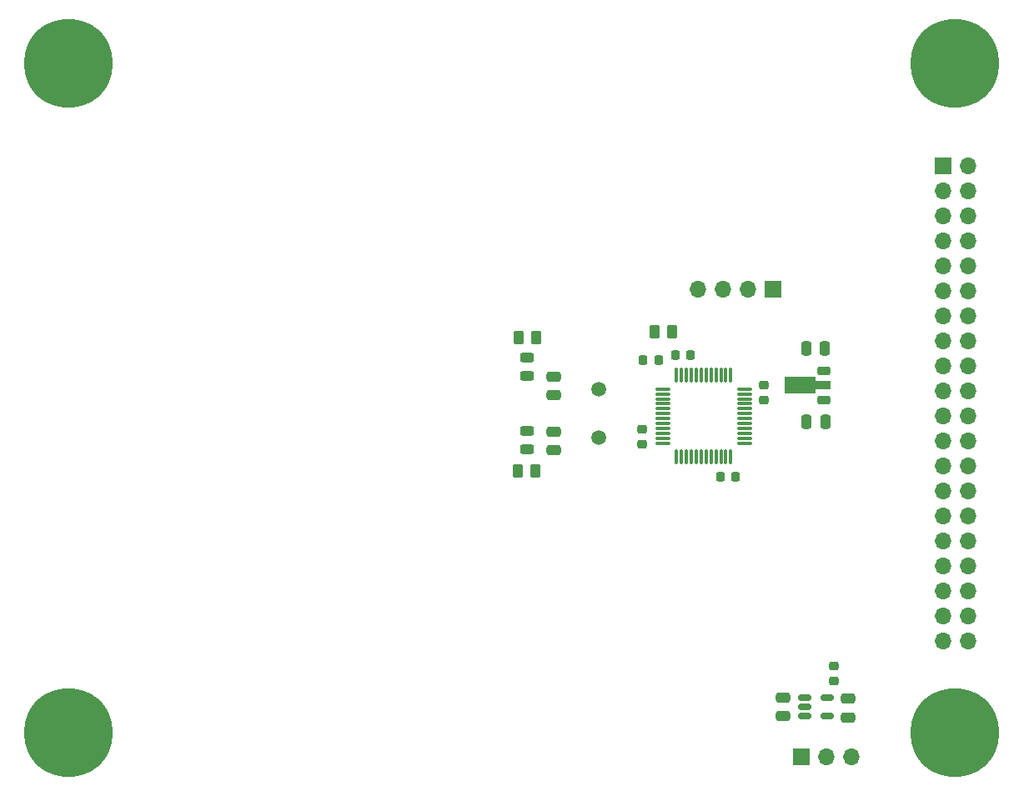
<source format=gts>
%TF.GenerationSoftware,KiCad,Pcbnew,8.0.5*%
%TF.CreationDate,2025-03-12T16:07:22-07:00*%
%TF.ProjectId,Mechatronics LED,4d656368-6174-4726-9f6e-696373204c45,rev?*%
%TF.SameCoordinates,Original*%
%TF.FileFunction,Soldermask,Top*%
%TF.FilePolarity,Negative*%
%FSLAX46Y46*%
G04 Gerber Fmt 4.6, Leading zero omitted, Abs format (unit mm)*
G04 Created by KiCad (PCBNEW 8.0.5) date 2025-03-12 16:07:22*
%MOMM*%
%LPD*%
G01*
G04 APERTURE LIST*
G04 Aperture macros list*
%AMRoundRect*
0 Rectangle with rounded corners*
0 $1 Rounding radius*
0 $2 $3 $4 $5 $6 $7 $8 $9 X,Y pos of 4 corners*
0 Add a 4 corners polygon primitive as box body*
4,1,4,$2,$3,$4,$5,$6,$7,$8,$9,$2,$3,0*
0 Add four circle primitives for the rounded corners*
1,1,$1+$1,$2,$3*
1,1,$1+$1,$4,$5*
1,1,$1+$1,$6,$7*
1,1,$1+$1,$8,$9*
0 Add four rect primitives between the rounded corners*
20,1,$1+$1,$2,$3,$4,$5,0*
20,1,$1+$1,$4,$5,$6,$7,0*
20,1,$1+$1,$6,$7,$8,$9,0*
20,1,$1+$1,$8,$9,$2,$3,0*%
%AMFreePoly0*
4,1,9,3.862500,-0.866500,0.737500,-0.866500,0.737500,-0.450000,-0.737500,-0.450000,-0.737500,0.450000,0.737500,0.450000,0.737500,0.866500,3.862500,0.866500,3.862500,-0.866500,3.862500,-0.866500,$1*%
G04 Aperture macros list end*
%ADD10C,9.000000*%
%ADD11RoundRect,0.250000X0.475000X-0.250000X0.475000X0.250000X-0.475000X0.250000X-0.475000X-0.250000X0*%
%ADD12RoundRect,0.250000X-0.475000X0.250000X-0.475000X-0.250000X0.475000X-0.250000X0.475000X0.250000X0*%
%ADD13RoundRect,0.225000X0.425000X0.225000X-0.425000X0.225000X-0.425000X-0.225000X0.425000X-0.225000X0*%
%ADD14FreePoly0,180.000000*%
%ADD15RoundRect,0.225000X-0.250000X0.225000X-0.250000X-0.225000X0.250000X-0.225000X0.250000X0.225000X0*%
%ADD16R,1.700000X1.700000*%
%ADD17O,1.700000X1.700000*%
%ADD18RoundRect,0.150000X-0.512500X-0.150000X0.512500X-0.150000X0.512500X0.150000X-0.512500X0.150000X0*%
%ADD19RoundRect,0.225000X0.225000X0.250000X-0.225000X0.250000X-0.225000X-0.250000X0.225000X-0.250000X0*%
%ADD20C,1.500000*%
%ADD21RoundRect,0.225000X-0.225000X-0.250000X0.225000X-0.250000X0.225000X0.250000X-0.225000X0.250000X0*%
%ADD22RoundRect,0.250000X-0.262500X-0.450000X0.262500X-0.450000X0.262500X0.450000X-0.262500X0.450000X0*%
%ADD23RoundRect,0.075000X-0.662500X-0.075000X0.662500X-0.075000X0.662500X0.075000X-0.662500X0.075000X0*%
%ADD24RoundRect,0.075000X-0.075000X-0.662500X0.075000X-0.662500X0.075000X0.662500X-0.075000X0.662500X0*%
%ADD25RoundRect,0.250000X0.262500X0.450000X-0.262500X0.450000X-0.262500X-0.450000X0.262500X-0.450000X0*%
%ADD26RoundRect,0.250000X0.250000X0.475000X-0.250000X0.475000X-0.250000X-0.475000X0.250000X-0.475000X0*%
%ADD27RoundRect,0.225000X0.250000X-0.225000X0.250000X0.225000X-0.250000X0.225000X-0.250000X-0.225000X0*%
%ADD28RoundRect,0.243750X0.456250X-0.243750X0.456250X0.243750X-0.456250X0.243750X-0.456250X-0.243750X0*%
G04 APERTURE END LIST*
D10*
%TO.C,REF\u002A\u002A*%
X186150000Y-123670000D03*
%TD*%
D11*
%TO.C,C3*%
X145375000Y-89375000D03*
X145375000Y-87475000D03*
%TD*%
D12*
%TO.C,C4*%
X145375000Y-93075000D03*
X145375000Y-94975000D03*
%TD*%
D10*
%TO.C,REF\u002A\u002A*%
X96150000Y-55670000D03*
%TD*%
D13*
%TO.C,U1*%
X172840000Y-89880000D03*
D14*
X172752500Y-88380000D03*
D13*
X172840000Y-86880000D03*
%TD*%
D15*
%TO.C,C12*%
X173875000Y-116900000D03*
X173875000Y-118450000D03*
%TD*%
D16*
%TO.C,J1*%
X184960000Y-66120000D03*
D17*
X187500000Y-66120000D03*
X184960000Y-68660000D03*
X187500000Y-68660000D03*
X184960000Y-71200000D03*
X187500000Y-71200000D03*
X184960000Y-73740000D03*
X187500000Y-73740000D03*
X184960000Y-76280000D03*
X187500000Y-76280000D03*
X184960000Y-78820000D03*
X187500000Y-78820000D03*
X184960000Y-81360000D03*
X187500000Y-81360000D03*
X184960000Y-83900000D03*
X187500000Y-83900000D03*
X184960000Y-86440000D03*
X187500000Y-86440000D03*
X184960000Y-88980000D03*
X187500000Y-88980000D03*
X184960000Y-91520000D03*
X187500000Y-91520000D03*
X184960000Y-94060000D03*
X187500000Y-94060000D03*
X184960000Y-96600000D03*
X187500000Y-96600000D03*
X184960000Y-99140000D03*
X187500000Y-99140000D03*
X184960000Y-101680000D03*
X187500000Y-101680000D03*
X184960000Y-104220000D03*
X187500000Y-104220000D03*
X184960000Y-106760000D03*
X187500000Y-106760000D03*
X184960000Y-109300000D03*
X187500000Y-109300000D03*
X184960000Y-111840000D03*
X187500000Y-111840000D03*
X184960000Y-114380000D03*
X187500000Y-114380000D03*
%TD*%
D18*
%TO.C,U3*%
X170850000Y-120075000D03*
X170850000Y-121025000D03*
X170850000Y-121975000D03*
X173125000Y-121975000D03*
X173125000Y-120075000D03*
%TD*%
D19*
%TO.C,C8*%
X163875000Y-97700000D03*
X162325000Y-97700000D03*
%TD*%
D16*
%TO.C,J3*%
X167680000Y-78600000D03*
D17*
X165140000Y-78600000D03*
X162600000Y-78600000D03*
X160060000Y-78600000D03*
%TD*%
D15*
%TO.C,C7*%
X166700000Y-88325000D03*
X166700000Y-89875000D03*
%TD*%
D20*
%TO.C,Y1*%
X149925000Y-93650000D03*
X149925000Y-88770000D03*
%TD*%
D11*
%TO.C,C11*%
X175300000Y-122125000D03*
X175300000Y-120225000D03*
%TD*%
D10*
%TO.C,REF\u002A\u002A*%
X96150000Y-123670000D03*
%TD*%
D12*
%TO.C,C10*%
X168650000Y-120075000D03*
X168650000Y-121975000D03*
%TD*%
D21*
%TO.C,C6*%
X157725000Y-85325000D03*
X159275000Y-85325000D03*
%TD*%
D22*
%TO.C,R1*%
X141825000Y-83525000D03*
X143650000Y-83525000D03*
%TD*%
D10*
%TO.C,REF\u002A\u002A*%
X186150000Y-55670000D03*
%TD*%
D21*
%TO.C,C5*%
X154475000Y-85800000D03*
X156025000Y-85800000D03*
%TD*%
D16*
%TO.C,J2*%
X170500000Y-126100000D03*
D17*
X173040000Y-126100000D03*
X175580000Y-126100000D03*
%TD*%
D23*
%TO.C,U2*%
X156462500Y-88757500D03*
X156462500Y-89257500D03*
X156462500Y-89757500D03*
X156462500Y-90257500D03*
X156462500Y-90757500D03*
X156462500Y-91257500D03*
X156462500Y-91757500D03*
X156462500Y-92257500D03*
X156462500Y-92757500D03*
X156462500Y-93257500D03*
X156462500Y-93757500D03*
X156462500Y-94257500D03*
D24*
X157875000Y-95670000D03*
X158375000Y-95670000D03*
X158875000Y-95670000D03*
X159375000Y-95670000D03*
X159875000Y-95670000D03*
X160375000Y-95670000D03*
X160875000Y-95670000D03*
X161375000Y-95670000D03*
X161875000Y-95670000D03*
X162375000Y-95670000D03*
X162875000Y-95670000D03*
X163375000Y-95670000D03*
D23*
X164787500Y-94257500D03*
X164787500Y-93757500D03*
X164787500Y-93257500D03*
X164787500Y-92757500D03*
X164787500Y-92257500D03*
X164787500Y-91757500D03*
X164787500Y-91257500D03*
X164787500Y-90757500D03*
X164787500Y-90257500D03*
X164787500Y-89757500D03*
X164787500Y-89257500D03*
X164787500Y-88757500D03*
D24*
X163375000Y-87345000D03*
X162875000Y-87345000D03*
X162375000Y-87345000D03*
X161875000Y-87345000D03*
X161375000Y-87345000D03*
X160875000Y-87345000D03*
X160375000Y-87345000D03*
X159875000Y-87345000D03*
X159375000Y-87345000D03*
X158875000Y-87345000D03*
X158375000Y-87345000D03*
X157875000Y-87345000D03*
%TD*%
D25*
%TO.C,R2*%
X157437500Y-82950000D03*
X155612500Y-82950000D03*
%TD*%
D26*
%TO.C,C2*%
X172970000Y-92100000D03*
X171070000Y-92100000D03*
%TD*%
D27*
%TO.C,C9*%
X154400000Y-94400000D03*
X154400000Y-92850000D03*
%TD*%
D22*
%TO.C,R3*%
X141737500Y-97075000D03*
X143562500Y-97075000D03*
%TD*%
D28*
%TO.C,D1*%
X142650000Y-87462500D03*
X142650000Y-85587500D03*
%TD*%
%TO.C,D2*%
X142650000Y-94912500D03*
X142650000Y-93037500D03*
%TD*%
D26*
%TO.C,C1*%
X172910000Y-84640000D03*
X171010000Y-84640000D03*
%TD*%
M02*

</source>
